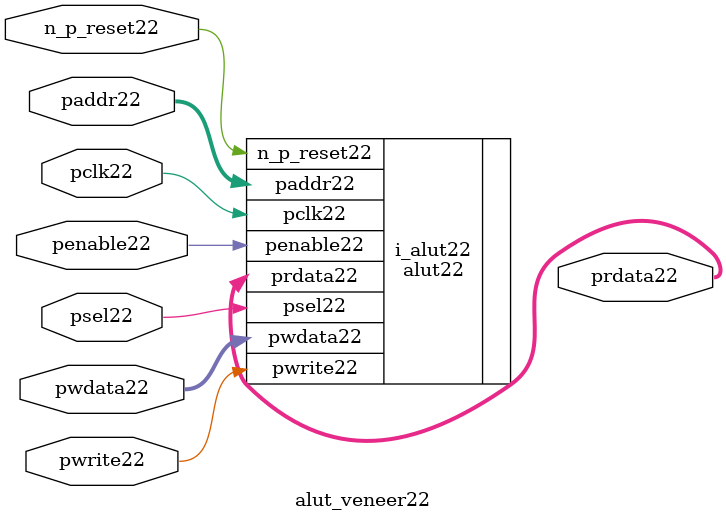
<source format=v>
module alut_veneer22
(   
   // Inputs22
   pclk22,
   n_p_reset22,
   psel22,            
   penable22,       
   pwrite22,         
   paddr22,           
   pwdata22,          

   // Outputs22
   prdata22  
);

   // APB22 Inputs22
   input             pclk22;               // APB22 clock22                          
   input             n_p_reset22;          // Reset22                              
   input             psel22;               // Module22 select22 signal22               
   input             penable22;            // Enable22 signal22                      
   input             pwrite22;             // Write when HIGH22 and read when LOW22  
   input [6:0]       paddr22;              // Address bus for read write         
   input [31:0]      pwdata22;             // APB22 write bus                      

   output [31:0]     prdata22;             // APB22 read bus                       


//-----------------------------------------------------------------------
//##############################################################################
// if the ALUT22 is NOT22 black22 boxed22 
//##############################################################################
`ifndef FV_KIT_BLACK_BOX_LUT22 


alut22 i_alut22 (
        //inputs22
        . n_p_reset22(n_p_reset22),
        . pclk22(pclk22),
        . psel22(psel22),
        . penable22(penable22),
        . pwrite22(pwrite22),
        . paddr22(paddr22[6:0]),
        . pwdata22(pwdata22),

        //outputs22
        . prdata22(prdata22)
);


`else 
//##############################################################################
// if the <module> is black22 boxed22 
//##############################################################################

   // APB22 Inputs22
   wire              pclk22;               // APB22 clock22                          
   wire              n_p_reset22;          // Reset22                              
   wire              psel22;               // Module22 select22 signal22               
   wire              penable22;            // Enable22 signal22                      
   wire              pwrite22;             // Write when HIGH22 and read when LOW22  
   wire  [6:0]       paddr22;              // Address bus for read write         
   wire  [31:0]      pwdata22;             // APB22 write bus                      

   reg   [31:0]      prdata22;             // APB22 read bus                       


`endif

endmodule

</source>
